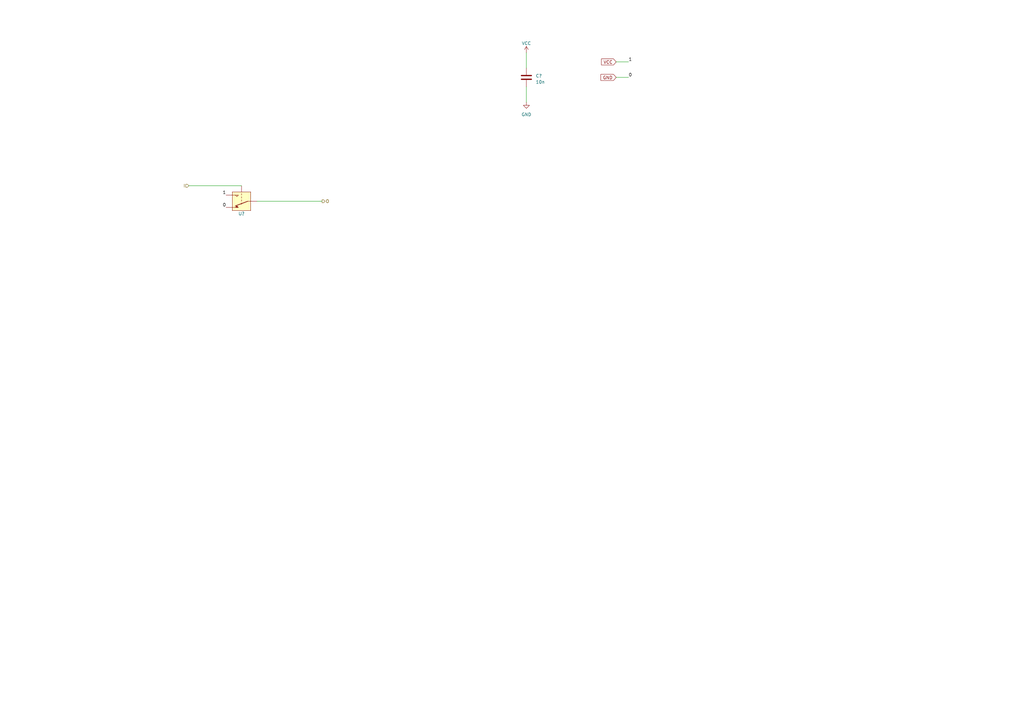
<source format=kicad_sch>
(kicad_sch (version 20230121) (generator eeschema)
  (paper "A3")
  (lib_symbols
    (symbol "Device:C" (pin_numbers hide) (pin_names (offset 0.254))
      (property "Reference" "C" (at 0.635 2.54 0))
      (property "Value" "C" (at 0.635 -2.54 0))
      (symbol "C_0_1"
        (polyline (pts (xy -2.032 -0.762) (xy 2.032 -0.762)) (stroke (width 0.508)))
        (polyline (pts (xy -2.032 0.762) (xy 2.032 0.762)) (stroke (width 0.508)))
      )
      (symbol "C_1_1"
        (pin passive line (at 0 3.81 270) (length 2.794) (name "~") (number "1"))
        (pin passive line (at 0 -3.81 90) (length 2.794) (name "~") (number "2"))
      )
    )
    (symbol "MevaLlibreria:1G3157" (pin_numbers hide)
      (property "Reference" "U" (at 0 -5.08 0))
      (symbol "1G3157_0_0"
        (polyline (pts (xy -3.81 2.54) (xy -1.27 2.54) (xy -1.905 1.905) (xy -2.54 2.54)))
      )
      (symbol "1G3157_0_1"
        (rectangle (start -3.81 3.81) (end 3.81 -3.81) (fill (type background)))
        (polyline (pts (xy 0 -0.635) (xy 0 -1.27)))
        (polyline (pts (xy 0 0.635) (xy 0 0)))
        (polyline (pts (xy 0 1.905) (xy 0 1.27)))
        (polyline (pts (xy 0 3.175) (xy 0 2.54)))
        (polyline (pts (xy 2.54 0) (xy -2.54 -1.905)) (stroke (width 0.254)))
        (polyline (pts (xy 3.81 0) (xy 2.54 0)))
        (polyline (pts (xy -3.81 -2.54) (xy -1.27 -2.54) (xy -1.905 -1.905) (xy -2.54 -2.54)) (fill (type outline)))
      )
      (symbol "1G3157_1_1"
        (pin input line (at -6.35 2.54 0) (length 2.54) (name "~") (number "1"))
        (pin power_in line (at 2.54 -2.54 270) (length 2.54) hide (name "GND") (number "2"))
        (pin input line (at -6.35 -2.54 0) (length 2.54) (name "~") (number "3"))
        (pin output line (at 6.35 0 180) (length 2.54) (name "~") (number "4"))
        (pin power_in line (at 2.54 2.54 90) (length 2.54) hide (name "VCC") (number "5"))
        (pin input line (at 0 6.35 270) (length 2.54) (name "~") (number "6"))
      )
    )
    (symbol "power:GND" (power) (pin_names (offset 0))
      (property "Value" "GND" (at 0 -3.81 0))
      (symbol "GND_0_1"
        (polyline (pts (xy 0 0) (xy 0 -1.27) (xy 1.27 -1.27) (xy 0 -2.54) (xy -1.27 -1.27) (xy 0 -1.27)))
      )
      (symbol "GND_1_1"
        (pin power_in line (at 0 0 270) (length 0) hide (name "GND") (number "1"))
      )
    )
    (symbol "power:VCC" (power) (pin_names (offset 0))
      (property "Value" "VCC" (at 0 3.81 0))
      (symbol "VCC_0_1"
        (polyline (pts (xy -0.762 1.27) (xy 0 2.54)))
        (polyline (pts (xy 0 0) (xy 0 2.54)))
        (polyline (pts (xy 0 2.54) (xy 0.762 1.27)))
      )
      (symbol "VCC_1_1"
        (pin power_in line (at 0 0 90) (length 0) hide (name "VCC") (number "1"))
      )
    )
  )
  (wire (pts (xy 215.9 35.56) (xy 215.9 41.91)))
  (wire (pts (xy 257.81 25.4) (xy 252.73 25.4)))
  (wire (pts (xy 257.81 31.75) (xy 252.73 31.75)))
  (wire (pts (xy 77.47 76.2) (xy 99.06 76.2)))
  (wire (pts (xy 105.41 82.55) (xy 132.08 82.55)))
  (wire (pts (xy 215.9 21.59) (xy 215.9 27.94)))
  (label "0" (at 92.71 85.09 180))
  (label "1" (at 92.71 80.01 180))
  (label "0" (at 257.81 31.75 0))
  (label "1" (at 257.81 25.4 0))
  (global_label "GND" (shape input) (at 252.73 31.75 180) (property "Intersheetrefs" "${INTERSHEET_REFS}" (effects hide)))
  (global_label "VCC" (shape input) (at 252.73 25.4 180) (property "Intersheetrefs" "${INTERSHEET_REFS}" (effects hide)))
  (hierarchical_label "O" (shape output) (at 132.08 82.55 0))
  (hierarchical_label "I" (shape input) (at 77.47 76.2 180))
  (symbol (lib_id "Device:C") (at 215.9 31.75 0) (unit 1)
    (property "Reference" "C?" (at 219.71 31.115 0) (effects (justify left)))
    (property "Value" "10n" (at 219.71 33.655 0) (effects (justify left)))
    (property "Footprint" "Capacitor_SMD:C_0603_1608Metric" (effects hide))
    (instances (project "MiniCalc_A" (path "" (reference "C?") (unit 1)) (path "" (reference "C4") (unit 1)) (path "" (reference "C2") (unit 1)) (path "" (reference "C5") (unit 1)) (path "" (reference "C6") (unit 1)) (path "" (reference "C7") (unit 1)) (path "" (reference "C8") (unit 1)) (path "" (reference "C9") (unit 1)) (path "" (reference "C10") (unit 1)) (path "" (reference "C11") (unit 1)) (path "" (reference "C12") (unit 1)) (path "" (reference "C3") (unit 1)) (path "" (reference "C13") (unit 1)) (path "" (reference "C16") (unit 1)) (path "" (reference "C15") (unit 1)) (path "" (reference "C14") (unit 1))) (project "MinicalcControlPanel" (path "" (reference "C31") (unit 1)) (path "" (reference "C30") (unit 1))))
  )
  (symbol (lib_id "power:VCC") (at 215.9 21.59 0) (unit 1)
    (property "Reference" "#PWR?" (effects hide))
    (property "Value" "VCC" (at 215.9 17.78 0))
    (instances (project "MiniCalc_A" (path "" (reference "#PWR?") (unit 1)) (path "" (reference "#PWR015") (unit 1)) (path "" (reference "#PWR011") (unit 1)) (path "" (reference "#PWR017") (unit 1)) (path "" (reference "#PWR019") (unit 1)) (path "" (reference "#PWR021") (unit 1)) (path "" (reference "#PWR023") (unit 1)) (path "" (reference "#PWR025") (unit 1)) (path "" (reference "#PWR027") (unit 1)) (path "" (reference "#PWR029") (unit 1)) (path "" (reference "#PWR031") (unit 1)) (path "" (reference "#PWR013") (unit 1)) (path "" (reference "#PWR033") (unit 1)) (path "" (reference "#PWR039") (unit 1)) (path "" (reference "#PWR037") (unit 1)) (path "" (reference "#PWR035") (unit 1))) (project "MinicalcControlPanel" (path "" (reference "#PWR029") (unit 1)) (path "" (reference "#PWR027") (unit 1))))
  )
  (symbol (lib_id "MevaLlibreria:1G3157") (at 99.06 82.55 0) (unit 1)
    (property "Reference" "U?" (at 99.06 87.63 0))
    (property "Value" "1G3157" (effects hide))
    (property "Footprint" "Package_TO_SOT_SMD:SOT-23-6" (effects hide))
    (property "Datasheet" "https://www.ti.com/lit/ds/symlink/sn74lvc1g3157.pdf" (effects hide))
    (property "Sim.Name" "74LVC1G3157" (effects hide))
    (property "Sim.Library" "../SpiceModelsGlobal/AnalogSPDT.txt" (effects hide))
    (property "Sim.Device" "SUBCKT" (effects hide))
    (property "Sim.Pins" "1=1 3=3 4=4 5=5 6=6" (effects hide))
    (property "Manufacturer" "Texas Instruments" (effects hide))
    (property "Part Number" "SN74LVC1G3157DBVR" (effects hide))
    (instances (project "MiniCalc_A" (path "" (reference "U?") (unit 1)) (path "" (reference "U3") (unit 1)) (path "" (reference "U4") (unit 1)) (path "" (reference "U5") (unit 1)) (path "" (reference "U6") (unit 1)) (path "" (reference "U7") (unit 1)) (path "" (reference "U8") (unit 1)) (path "" (reference "U9") (unit 1)) (path "" (reference "U10") (unit 1)) (path "" (reference "U11") (unit 1)) (path "" (reference "U2") (unit 1)) (path "" (reference "U1") (unit 1)) (path "" (reference "U12") (unit 1)) (path "" (reference "U15") (unit 1)) (path "" (reference "U14") (unit 1)) (path "" (reference "U13") (unit 1))) (project "MinicalcControlPanel" (path "" (reference "U49") (unit 1)) (path "" (reference "U48") (unit 1))))
  )
  (symbol (lib_id "power:GND") (at 215.9 41.91 0) (unit 1)
    (property "Reference" "#PWR?" (effects hide))
    (property "Value" "GND" (at 215.9 46.99 0))
    (instances (project "MiniCalc_A" (path "" (reference "#PWR?") (unit 1)) (path "" (reference "#PWR016") (unit 1)) (path "" (reference "#PWR012") (unit 1)) (path "" (reference "#PWR018") (unit 1)) (path "" (reference "#PWR020") (unit 1)) (path "" (reference "#PWR022") (unit 1)) (path "" (reference "#PWR024") (unit 1)) (path "" (reference "#PWR026") (unit 1)) (path "" (reference "#PWR028") (unit 1)) (path "" (reference "#PWR030") (unit 1)) (path "" (reference "#PWR032") (unit 1)) (path "" (reference "#PWR014") (unit 1)) (path "" (reference "#PWR034") (unit 1)) (path "" (reference "#PWR040") (unit 1)) (path "" (reference "#PWR038") (unit 1)) (path "" (reference "#PWR036") (unit 1))) (project "MinicalcControlPanel" (path "" (reference "#PWR030") (unit 1)) (path "" (reference "#PWR028") (unit 1))))
  )
)
</source>
